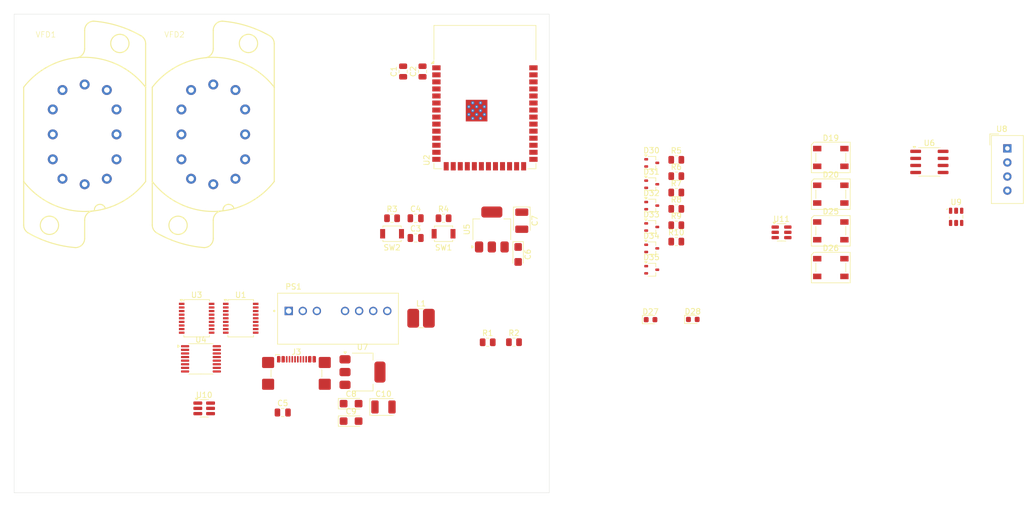
<source format=kicad_pcb>
(kicad_pcb (version 20241229) (generator "pcbnew") (generator_version "9.0")
  (layers (0 "F.Cu" signal) (2 "B.Cu" signal) (13 "F.Paste" user) (15 "B.Paste" user) (5 "F.SilkS" user "F.Silkscreen") (7 "B.SilkS" user "B.Silkscreen") (1 "F.Mask" user) (3 "B.Mask" user) (25 "Edge.Cuts" user))
  (net 0 "")
  (net 1 "GND")
  (net 2 "Vfilament")
  (net 3 "Net-(U3-O4)")
  (net 4 "Net-(U3-O3)")
  (net 5 "+5V")
  (net 6 "Net-(D19-DIN)")
  (net 7 "Vanode")
  (net 8 "+3V3")
  (net 9 "Net-(D19-DO)")
  (net 10 "Net-(PS1-+VIN)")
  (net 12 "/EN")
  (net 13 "Net-(D25-DIN)")
  (net 14 "+1V5")
  (net 15 "Net-(D25-DO)")
  (net 16 "Net-(D27-K)")
  (net 17 "Net-(D28-K)")
  (net 18 "/BTN1")
  (net 20 "/BTN2")
  (net 21 "/BTN3")
  (net 22 "/BTN4")
  (net 23 "Net-(J3-D+-PadA6)")
  (net 24 "Net-(J3-D--PadA7)")
  (net 25 "/BOOT")
  (net 28 "/SER_RIGHT")
  (net 29 "Net-(J3-CC2)")
  (net 31 "Net-(J3-CC1)")
  (net 33 "Net-(SW1-A)")
  (net 34 "/LED1")
  (net 35 "/LED2")
  (net 36 "/SER_MID")
  (net 38 "Net-(D3-A2)")
  (net 39 "/DRIVER_R1")
  (net 41 "/SRCLK")
  (net 42 "Net-(D2-A2)")
  (net 43 "/RTC_SCL")
  (net 44 "/RTC_SDA")
  (net 48 "/COLON_LED")
  (net 55 "/USB_D_DN")
  (net 56 "/USB_D_DP")
  (net 57 "/DRIVER_M1")
  (net 58 "/RCLK")
  (net 59 "/DRIVER_R2")
  (net 60 "/DRIVER_M2")
  (net 61 "/{slash}SRCLR")
  (net 62 "/SER_LEFT")
  (net 63 "/DRIVER_L1")
  (net 64 "/DRIVER_L2")
  (net 66 "/TEMP_DATA")
  (net 67 "/SDA")
  (net 69 "/SCL")
  (net 70 "Net-(U3-O1)")
  (net 71 "Net-(U3-I1)")
  (net 72 "Net-(U3-I6)")
  (net 73 "Net-(U3-O5)")
  (net 74 "Net-(U3-I2)")
  (net 75 "Net-(U3-O8)")
  (net 76 "/GRID_L1")
  (net 77 "/GRID_R1")
  (net 78 "/GRID_L2")
  (net 79 "/GRID_R2")
  (net 80 "Net-(U3-O6)")
  (net 81 "Net-(U3-O2)")
  (net 82 "Net-(U3-I8)")
  (net 83 "Net-(U3-I7)")
  (net 84 "Net-(U3-I3)")
  (net 85 "Net-(U3-O7)")
  (net 86 "Net-(U3-I4)")
  (net 87 "Net-(U3-I5)")
  (net 90 "Vbat")
  (footprint "LED_SMD:LED_Inolux_IN-PI554FCH_PLCC4_5.0x5.0mm_P3.2mm" (layer "F.Cu") (at 231.14 83.28)
    (property "Reference" "D20" (at 0 -3.5 0) (layer "F.SilkS"))
    (property "Value" "Inolux_IN-PI554FCH")
    (pad "1" smd rect (at -2.45 -1.6) (size 1.5 1) (layers "F.Cu" "F.Mask" "F.Paste") (net 1 "GND"))
    (pad "2" smd rect (at -2.45 1.6) (size 1.5 1) (layers "F.Cu" "F.Mask" "F.Paste") (net 9 "Net-(D19-DO)"))
    (pad "3" smd rect (at 2.45 1.6) (size 1.5 1) (layers "F.Cu" "F.Mask" "F.Paste") (net 5 "+5V"))
    (pad "4" smd rect (at 2.45 -1.6) (size 1.5 1) (layers "F.Cu" "F.Mask" "F.Paste"))
  )
  (footprint "Package_TO_SOT_SMD:SOT-323_SC-70" (layer "F.Cu") (at 198.84 77.64)
    (property "Reference" "D30" (at -0.05 -2.25 0) (layer "F.SilkS"))
    (property "Value" "1PS70SB84")
    (pad "1" smd roundrect (at -1 -0.65 270) (size 0.45 0.7) (layers "F.Cu" "F.Mask" "F.Paste") (net 1 "GND"))
    (pad "2" smd roundrect (at -1 0.65 270) (size 0.45 0.7) (layers "F.Cu" "F.Mask" "F.Paste") (net 8 "+3V3"))
    (pad "3" smd roundrect (at 1 0 270) (size 0.45 0.7) (layers "F.Cu" "F.Mask" "F.Paste") (net 12 "/EN"))
  )
  (footprint "LED_SMD:LED_0603_1608Metric" (layer "F.Cu") (at 206.248 105.878)
    (property "Reference" "D28" (at 0 -1.43 0) (layer "F.SilkS"))
    (property "Value" "MCU LED")
    (pad "1" smd roundrect (at -0.7875 0) (size 0.875 0.95) (layers "F.Cu" "F.Mask" "F.Paste") (net 17 "Net-(D28-K)"))
    (pad "2" smd roundrect (at 0.7875 0) (size 0.875 0.95) (layers "F.Cu" "F.Mask" "F.Paste") (net 8 "+3V3"))
  )
  (footprint "Package_SO:TSSOP-16_4.4x5mm_P0.65mm" (layer "F.Cu") (at 117.525 112.99)
    (property "Reference" "U4" (at 0 -3.45 0) (layer "F.SilkS"))
    (property "Value" "SN74HC595PWR")
    (pad "1" smd roundrect (at -2.8625 -2.275) (size 1.475 0.4) (layers "F.Cu" "F.Mask" "F.Paste") (net 74 "Net-(U3-I2)"))
    (pad "2" smd roundrect (at -2.8625 -1.625) (size 1.475 0.4) (layers "F.Cu" "F.Mask" "F.Paste") (net 84 "Net-(U3-I3)"))
    (pad "3" smd roundrect (at -2.8625 -0.975) (size 1.475 0.4) (layers "F.Cu" "F.Mask" "F.Paste") (net 86 "Net-(U3-I4)"))
    (pad "4" smd roundrect (at -2.8625 -0.325) (size 1.475 0.4) (layers "F.Cu" "F.Mask" "F.Paste") (net 87 "Net-(U3-I5)"))
    (pad "5" smd roundrect (at -2.8625 0.325) (size 1.475 0.4) (layers "F.Cu" "F.Mask" "F.Paste") (net 72 "Net-(U3-I6)"))
    (pad "6" smd roundrect (at -2.8625 0.975) (size 1.475 0.4) (layers "F.Cu" "F.Mask" "F.Paste") (net 83 "Net-(U3-I7)"))
    (pad "7" smd roundrect (at -2.8625 1.625) (size 1.475 0.4) (layers "F.Cu" "F.Mask" "F.Paste") (net 82 "Net-(U3-I8)"))
    (pad "8" smd roundrect (at -2.8625 2.275) (size 1.475 0.4) (layers "F.Cu" "F.Mask" "F.Paste") (net 1 "GND"))
    (pad "9" smd roundrect (at 2.8625 2.275) (size 1.475 0.4) (layers "F.Cu" "F.Mask" "F.Paste"))
    (pad "10" smd roundrect (at 2.8625 1.625) (size 1.475 0.4) (layers "F.Cu" "F.Mask" "F.Paste") (net 61 "/{slash}SRCLR"))
    (pad "11" smd roundrect (at 2.8625 0.975) (size 1.475 0.4) (layers "F.Cu" "F.Mask" "F.Paste") (net 41 "/SRCLK"))
    (pad "12" smd roundrect (at 2.8625 0.325) (size 1.475 0.4) (layers "F.Cu" "F.Mask" "F.Paste") (net 58 "/RCLK"))
    (pad "13" smd roundrect (at 2.8625 -0.325) (size 1.475 0.4) (layers "F.Cu" "F.Mask" "F.Paste") (net 1 "GND"))
    (pad "14" smd roundrect (at 2.8625 -0.975) (size 1.475 0.4) (layers "F.Cu" "F.Mask" "F.Paste") (net 36 "/SER_MID"))
    (pad "15" smd roundrect (at 2.8625 -1.625) (size 1.475 0.4) (layers "F.Cu" "F.Mask" "F.Paste") (net 71 "Net-(U3-I1)"))
    (pad "16" smd roundrect (at 2.8625 -2.275) (size 1.475 0.4) (layers "F.Cu" "F.Mask" "F.Paste") (net 8 "+3V3"))
  )
  (footprint "Resistor_SMD:R_0805_2012Metric" (layer "F.Cu") (at 203.27 82.985)
    (property "Reference" "R7" (at 0 -1.65 0) (layer "F.SilkS"))
    (property "Value" "10k")
    (pad "1" smd roundrect (at -0.9125 0) (size 1.025 1.4) (layers "F.Cu" "F.Mask" "F.Paste") (roundrect_rratio 0.243902) (net 8 "+3V3"))
    (pad "2" smd roundrect (at 0.9125 0) (size 1.025 1.4) (layers "F.Cu" "F.Mask" "F.Paste") (roundrect_rratio 0.243902) (net 21 "/BTN3"))
  )
  (footprint "Package_SO:SSOP-18_4.4x6.5mm_P0.65mm" (layer "F.Cu") (at 116.75 105.67)
    (property "Reference" "U3" (at 0 -4.2 0) (layer "F.SilkS"))
    (property "Value" "TBD62783AFNG")
    (pad "1" smd rect (at -2.7 -2.6) (size 1 0.4) (layers "F.Cu" "F.Mask" "F.Paste") (net 71 "Net-(U3-I1)"))
    (pad "2" smd rect (at -2.7 -1.95) (size 1 0.4) (layers "F.Cu" "F.Mask" "F.Paste") (net 74 "Net-(U3-I2)"))
    (pad "3" smd rect (at -2.7 -1.3) (size 1 0.4) (layers "F.Cu" "F.Mask" "F.Paste") (net 84 "Net-(U3-I3)"))
    (pad "4" smd rect (at -2.7 -0.65) (size 1 0.4) (layers "F.Cu" "F.Mask" "F.Paste") (net 86 "Net-(U3-I4)"))
    (pad "5" smd rect (at -2.7 0) (size 1 0.4) (layers "F.Cu" "F.Mask" "F.Paste") (net 87 "Net-(U3-I5)"))
    (pad "6" smd rect (at -2.7 0.65) (size 1 0.4) (layers "F.Cu" "F.Mask" "F.Paste") (net 72 "Net-(U3-I6)"))
    (pad "7" smd rect (at -2.7 1.3) (size 1 0.4) (layers "F.Cu" "F.Mask" "F.Paste") (net 83 "Net-(U3-I7)"))
    (pad "8" smd rect (at -2.7 1.95) (size 1 0.4) (layers "F.Cu" "F.Mask" "F.Paste") (net 82 "Net-(U3-I8)"))
    (pad "9" smd rect (at -2.7 2.6) (size 1 0.4) (layers "F.Cu" "F.Mask" "F.Paste") (net 7 "Vanode"))
    (pad "10" smd rect (at 2.7 2.6) (size 1 0.4) (layers "F.Cu" "F.Mask" "F.Paste") (net 1 "GND"))
    (pad "11" smd rect (at 2.7 1.95) (size 1 0.4) (layers "F.Cu" "F.Mask" "F.Paste") (net 75 "Net-(U3-O8)"))
    (pad "12" smd rect (at 2.7 1.3) (size 1 0.4) (layers "F.Cu" "F.Mask" "F.Paste") (net 85 "Net-(U3-O7)"))
    (pad "13" smd rect (at 2.7 0.65) (size 1 0.4) (layers "F.Cu" "F.Mask" "F.Paste") (net 80 "Net-(U3-O6)"))
    (pad "14" smd rect (at 2.7 0) (size 1 0.4) (layers "F.Cu" "F.Mask" "F.Paste") (net 73 "Net-(U3-O5)"))
    (pad "15" smd rect (at 2.7 -0.65) (size 1 0.4) (layers "F.Cu" "F.Mask" "F.Paste") (net 3 "Net-(U3-O4)"))
    (pad "16" smd rect (at 2.7 -1.3) (size 1 0.4) (layers "F.Cu" "F.Mask" "F.Paste") (net 4 "Net-(U3-O3)"))
    (pad "17" smd rect (at 2.7 -1.95) (size 1 0.4) (layers "F.Cu" "F.Mask" "F.Paste") (net 81 "Net-(U3-O2)"))
    (pad "18" smd rect (at 2.7 -2.6) (size 1 0.4) (layers "F.Cu" "F.Mask" "F.Paste") (net 70 "Net-(U3-O1)"))
  )
  (footprint "Resistor_SMD:R_0805_2012Metric" (layer "F.Cu") (at 203.27 88.885)
    (property "Reference" "R9" (at 0 -1.65 0) (layer "F.SilkS"))
    (property "Value" "180")
    (pad "1" smd roundrect (at -0.9125 0) (size 1.025 1.4) (layers "F.Cu" "F.Mask" "F.Paste") (roundrect_rratio 0.243902) (net 16 "Net-(D27-K)"))
    (pad "2" smd roundrect (at 0.9125 0) (size 1.025 1.4) (layers "F.Cu" "F.Mask" "F.Paste") (roundrect_rratio 0.243902) (net 34 "/LED1"))
  )
  (footprint "Resistor_SMD:R_0805_2012Metric" (layer "F.Cu") (at 203.27 85.935)
    (property "Reference" "R8" (at 0 -1.65 0) (layer "F.SilkS"))
    (property "Value" "10k")
    (pad "1" smd roundrect (at -0.9125 0) (size 1.025 1.4) (layers "F.Cu" "F.Mask" "F.Paste") (roundrect_rratio 0.243902) (net 8 "+3V3"))
    (pad "2" smd roundrect (at 0.9125 0) (size 1.025 1.4) (layers "F.Cu" "F.Mask" "F.Paste") (roundrect_rratio 0.243902) (net 22 "/BTN4"))
  )
  (footprint "Package_SO:SSOP-18_4.4x6.5mm_P0.65mm" (layer "F.Cu") (at 124.7 105.67)
    (property "Reference" "U1" (at 0 -4.2 0) (layer "F.SilkS"))
    (property "Value" "TBD62783AFWG")
    (pad "1" smd rect (at -2.7 -2.6) (size 1 0.4) (layers "F.Cu" "F.Mask" "F.Paste") (net 63 "/DRIVER_L1"))
    (pad "2" smd rect (at -2.7 -1.95) (size 1 0.4) (layers "F.Cu" "F.Mask" "F.Paste") (net 64 "/DRIVER_L2"))
    (pad "3" smd rect (at -2.7 -1.3) (size 1 0.4) (layers "F.Cu" "F.Mask" "F.Paste") (net 57 "/DRIVER_M1"))
    (pad "4" smd rect (at -2.7 -0.65) (size 1 0.4) (layers "F.Cu" "F.Mask" "F.Paste") (net 60 "/DRIVER_M2"))
    (pad "5" smd rect (at -2.7 0) (size 1 0.4) (layers "F.Cu" "F.Mask" "F.Paste") (net 39 "/DRIVER_R1"))
    (pad "6" smd rect (at -2.7 0.65) (size 1 0.4) (layers "F.Cu" "F.Mask" "F.Paste") (net 59 "/DRIVER_R2"))
    (pad "7" smd rect (at -2.7 1.3) (size 1 0.4) (layers "F.Cu" "F.Mask" "F.Paste") (net 1 "GND"))
    (pad "8" smd rect (at -2.7 1.95) (size 1 0.4) (layers "F.Cu" "F.Mask" "F.Paste") (net 1 "GND"))
    (pad "9" smd rect (at -2.7 2.6) (size 1 0.4) (layers "F.Cu" "F.Mask" "F.Paste") (net 7 "Vanode"))
    (pad "10" smd rect (at 2.7 2.6) (size 1 0.4) (layers "F.Cu" "F.Mask" "F.Paste") (net 1 "GND"))
    (pad "11" smd rect (at 2.7 1.95) (size 1 0.4) (layers "F.Cu" "F.Mask" "F.Paste"))
    (pad "12" smd rect (at 2.7 1.3) (size 1 0.4) (layers "F.Cu" "F.Mask" "F.Paste"))
    (pad "13" smd rect (at 2.7 0.65) (size 1 0.4) (layers "F.Cu" "F.Mask" "F.Paste") (net 79 "/GRID_R2"))
    (pad "14" smd rect (at 2.7 0) (size 1 0.4) (layers "F.Cu" "F.Mask" "F.Paste") (net 77 "/GRID_R1"))
    (pad "15" smd rect (at 2.7 -0.65) (size 1 0.4) (layers "F.Cu" "F.Mask" "F.Paste") (net 42 "Net-(D2-A2)"))
    (pad "16" smd rect (at 2.7 -1.3) (size 1 0.4) (layers "F.Cu" "F.Mask" "F.Paste") (net 38 "Net-(D3-A2)"))
    (pad "17" smd rect (at 2.7 -1.95) (size 1 0.4) (layers "F.Cu" "F.Mask" "F.Paste") (net 78 "/GRID_L2"))
    (pad "18" smd rect (at 2.7 -2.6) (size 1 0.4) (layers "F.Cu" "F.Mask" "F.Paste") (net 76 "/GRID_L1"))
  )
  (footprint "Package_SO:SOIC-8_3.9x4.9mm_P1.27mm" (layer "F.Cu") (at 248.92 77.47)
    (property "Reference" "U6" (at 0 -3.4 0) (layer "F.SilkS"))
    (property "Value" "BQ32000")
    (pad "1" smd roundrect (at -2.475 -1.905) (size 1.95 0.6) (layers "F.Cu" "F.Mask" "F.Paste"))
    (pad "2" smd roundrect (at -2.475 -0.635) (size 1.95 0.6) (layers "F.Cu" "F.Mask" "F.Paste"))
    (pad "3" smd roundrect (at -2.475 0.635) (size 1.95 0.6) (layers "F.Cu" "F.Mask" "F.Paste") (net 90 "Vbat"))
    (pad "4" smd roundrect (at -2.475 1.905) (size 1.95 0.6) (layers "F.Cu" "F.Mask" "F.Paste") (net 1 "GND"))
    (pad "5" smd roundrect (at 2.475 1.905) (size 1.95 0.6) (layers "F.Cu" "F.Mask" "F.Paste") (net 44 "/RTC_SDA"))
    (pad "6" smd roundrect (at 2.475 0.635) (size 1.95 0.6) (layers "F.Cu" "F.Mask" "F.Paste") (net 43 "/RTC_SCL"))
    (pad "7" smd roundrect (at 2.475 -0.635) (size 1.95 0.6) (layers "F.Cu" "F.Mask" "F.Paste"))
    (pad "8" smd roundrect (at 2.475 -1.905) (size 1.95 0.6) (layers "F.Cu" "F.Mask" "F.Paste") (net 8 "+3V3"))
  )
  (footprint "Package_TO_SOT_SMD:SOT-323_SC-70" (layer "F.Cu") (at 198.84 89.205)
    (property "Reference" "D33" (at -0.05 -2.25 0) (layer "F.SilkS"))
    (property "Value" "1PS70SB84")
    (pad "1" smd roundrect (at -1 -0.65 270) (size 0.45 0.7) (layers "F.Cu" "F.Mask" "F.Paste") (net 1 "GND"))
    (pad "2" smd roundrect (at -1 0.65 270) (size 0.45 0.7) (layers "F.Cu" "F.Mask" "F.Paste") (net 8 "+3V3"))
    (pad "3" smd roundrect (at 1 0 270) (size 0.45 0.7) (layers "F.Cu" "F.Mask" "F.Paste") (net 21 "/BTN3"))
  )
  (footprint "Capacitor_Tantalum_SMD:CP_EIA-3528-15_AVX-H" (layer "F.Cu") (at 175.399345 88.071841 -90)
    (property "Reference" "C7" (at 0 -2.35 90) (layer "F.SilkS"))
    (property "Value" "22u")
    (pad "1" smd roundrect (at -1.5375 0 270) (size 1.325 2.35) (layers "F.Cu" "F.Mask" "F.Paste") (roundrect_rratio 0.188679) (net 8 "+3V3"))
    (pad "2" smd roundrect (at 1.5375 0 270) (size 1.325 2.35) (layers "F.Cu" "F.Mask" "F.Paste") (roundrect_rratio 0.188679) (net 1 "GND"))
  )
  (footprint "Package_TO_SOT_SMD:SOT-323_SC-70" (layer "F.Cu") (at 198.84 85.35)
    (property "Reference" "D32" (at -0.05 -2.25 0) (layer "F.SilkS"))
    (property "Value" "1PS70SB84")
    (pad "1" smd roundrect (at -1 -0.65 270) (size 0.45 0.7) (layers "F.Cu" "F.Mask" "F.Paste") (net 1 "GND"))
    (pad "2" smd roundrect (at -1 0.65 270) (size 0.45 0.7) (layers "F.Cu" "F.Mask" "F.Paste") (net 8 "+3V3"))
    (pad "3" smd roundrect (at 1 0 270) (size 0.45 0.7) (layers "F.Cu" "F.Mask" "F.Paste") (net 20 "/BTN2"))
  )
  (footprint "LED_SMD:LED_Inolux_IN-PI554FCH_PLCC4_5.0x5.0mm_P3.2mm" (layer "F.Cu") (at 231.14 89.9)
    (property "Reference" "D25" (at 0 -3.5 0) (layer "F.SilkS"))
    (property "Value" "Inolux_IN-PI554FCH")
    (pad "1" smd rect (at -2.45 -1.6) (size 1.5 1) (layers "F.Cu" "F.Mask" "F.Paste") (net 1 "GND"))
    (pad "2" smd rect (at -2.45 1.6) (size 1.5 1) (layers "F.Cu" "F.Mask" "F.Paste") (net 13 "Net-(D25-DIN)"))
    (pad "3" smd rect (at 2.45 1.6) (size 1.5 1) (layers "F.Cu" "F.Mask" "F.Paste") (net 5 "+5V"))
    (pad "4" smd rect (at 2.45 -1.6) (size 1.5 1) (layers "F.Cu" "F.Mask" "F.Paste") (net 15 "Net-(D25-DO)"))
  )
  (footprint "Resistor_SMD:R_0805_2012Metric" (layer "F.Cu") (at 203.27 80.035)
    (property "Reference" "R6" (at 0 -1.65 0) (layer "F.SilkS"))
    (property "Value" "10k")
    (pad "1" smd roundrect (at -0.9125 0) (size 1.025 1.4) (layers "F.Cu" "F.Mask" "F.Paste") (roundrect_rratio 0.243902) (net 8 "+3V3"))
    (pad "2" smd roundrect (at 0.9125 0) (size 1.025 1.4) (layers "F.Cu" "F.Mask" "F.Paste") (roundrect_rratio 0.243902) (net 20 "/BTN2"))
  )
  (footprint "Package_TO_SOT_SMD:SOT-323_SC-70" (layer "F.Cu") (at 198.84 93.06)
    (property "Reference" "D34" (at -0.05 -2.25 0) (layer "F.SilkS"))
    (property "Value" "1PS70SB84")
    (pad "1" smd roundrect (at -1 -0.65 270) (size 0.45 0.7) (layers "F.Cu" "F.Mask" "F.Paste") (net 1 "GND"))
    (pad "2" smd roundrect (at -1 0.65 270) (size 0.45 0.7) (layers "F.Cu" "F.Mask" "F.Paste") (net 8 "+3V3"))
    (pad "3" smd roundrect (at 1 0 270) (size 0.45 0.7) (layers "F.Cu" "F.Mask" "F.Paste") (net 22 "/BTN4"))
  )
  (footprint "Diode_SMD:D_0603_1608Metric" (layer "F.Cu") (at 198.628 105.918)
    (property "Reference" "D27" (at 0 -1.43 0) (layer "F.SilkS"))
    (property "Value" "Power LED")
    (pad "1" smd roundrect (at -0.7875 0) (size 0.875 0.95) (layers "F.Cu" "F.Mask" "F.Paste") (net 16 "Net-(D27-K)"))
    (pad "2" smd roundrect (at 0.7875 0) (size 0.875 0.95) (layers "F.Cu" "F.Mask" "F.Paste") (net 8 "+3V3"))
  )
  (footprint "Capacitor_Tantalum_SMD:CP_EIA-3216-18_Kemet-A" (layer "F.Cu") (at 144.61 121.07)
    (property "Reference" "C8" (at 0 -1.75 0) (layer "F.SilkS"))
    (property "Value" "10u")
    (pad "1" smd roundrect (at -1.35 0) (size 1.4 1.35) (layers "F.Cu" "F.Mask" "F.Paste") (roundrect_rratio 0.185185) (net 5 "+5V"))
    (pad "2" smd roundrect (at 1.35 0) (size 1.4 1.35) (layers "F.Cu" "F.Mask" "F.Paste") (roundrect_rratio 0.185185) (net 1 "GND"))
  )
  (footprint "Connector_USB:USB_C_Receptacle_GCT_USB4110" (layer "F.Cu") (at 134.75 116.75)
    (property "Reference" "J3" (at 0 -5.015 0) (layer "F.SilkS"))
    (property "Value" "USB_C_Receptacle_USB2.0_16P")
    (pad "" np_thru_hole circle (at -2.89 -2.605) (size 0.65 0.65) (drill 0.65) (layers "*.Cu" "*.Mask"))
    (pad "" np_thru_hole circle (at 2.89 -2.605) (size 0.65 0.65) (drill 0.65) (layers "*.Cu" "*.Mask"))
    (pad "A1" smd roundrect (at -3.2 -3.68) (size 0.6 1.15) (layers "F.Cu" "F.Mask" "F.Paste") (net 1 "GND"))
    (pad "A4" smd roundrect (at -2.4 -3.68) (size 0.6 1.15) (layers "F.Cu" "F.Mask" "F.Paste") (net 5 "+5V"))
    (pad "A5" smd roundrect (at -1.25 -3.68) (size 0.3 1.15) (layers "F.Cu" "F.Mask" "F.Paste") (net 31 "Net-(J3-CC1)"))
    (pad "A6" smd roundrect (at -0.25 -3.68) (size 0.3 1.15) (layers "F.Cu" "F.Mask" "F.Paste") (net 23 "Net-(J3-D+-PadA6)"))
    (pad "A7" smd roundrect (at 0.25 -3.68) (size 0.3 1.15) (layers "F.Cu" "F.Mask" "F.Paste") (net 24 "Net-(J3-D--PadA7)"))
    (pad "A8" smd roundrect (at 1.25 -3.68) (size 0.3 1.15) (layers "F.Cu" "F.Mask" "F.Paste"))
    (pad "A9" smd roundrect (at 2.4 -3.68) (size 0.6 1.15) (layers "F.Cu" "F.Mask" "F.Paste") (net 5 "+5V"))
    (pad "A12" smd roundrect (at 3.2 -3.68) (size 0.6 1.15) (layers "F.Cu" "F.Mask" "F.Paste") (net 1 "GND"))
    (pad "B1" smd roundrect (at 3.2 -3.68) (size 0.6 1.15) (layers "F.Cu" "F.Mask" "F.Paste") (net 1 "GND"))
    (pad "B4" smd roundrect (at 2.4 -3.68) (size 0.6 1.15) (layers "F.Cu" "F.Mask" "F.Paste") (net 5 "+5V"))
    (pad "B5" smd roundrect (at 1.75 -3.68) (size 0.3 1.15) (layers "F.Cu" "F.Mask" "F.Paste") (net 29 "Net-(J3-CC2)"))
    (pad "B6" smd roundrect (at 0.75 -3.68) (size 0.3 1.15) (layers "F.Cu" "F.Mask" "F.Paste") (net 23 "Net-(J3-D+-PadA6)"))
    (pad "B7" smd roundrect (at -0.75 -3.68) (size 0.3 1.15) (layers "F.Cu" "F.Mask" "F.Paste") (net 24 "Net-(J3-D--PadA7)"))
    (pad "B8" smd roundrect (at -1.75 -3.68) (size 0.3 1.15) (layers "F.Cu" "F.Mask" "F.Paste"))
    (pad "B9" smd roundrect (at -2.4 -3.68) (size 0.6 1.15) (layers "F.Cu" "F.Mask" "F.Paste") (net 5 "+5V"))
    (pad "B12" smd roundrect (at -3.2 -3.68) (size 0.6 1.15) (layers "F.Cu" "F.Mask" "F.Paste") (net 1 "GND"))
    (pad "S1" smd roundrect (at -5.11 -3.105) (size 2.18 2) (layers "F.Cu" "F.Mask" "F.Paste") (roundrect_rratio 0.125) (net 1 "GND"))
    (pad "S1" smd roundrect (at -5.11 0.825) (size 2.18 2) (layers "F.Cu" "F.Mask" "F.Paste") (roundrect_rratio 0.125) (net 1 "GND"))
    (pad "S1" smd roundrect (at 5.11 -3.105) (size 2.18 2) (layers "F.Cu" "F.Mask" "F.Paste") (roundrect_rratio 0.125) (net 1 "GND"))
    (pad "S1" smd roundrect (at 5.11 0.825) (size 2.18 2) (layers "F.Cu" "F.Mask" "F.Paste") (roundrect_rratio 0.125) (net 1 "GND"))
  )
  (footprint "Package_TO_SOT_SMD:SC-74-6_1.55x2.9mm_P0.95mm" (layer "F.Cu") (at 118.11 121.92)
    (property "Reference" "U10" (at 0 -2.4 0) (layer "F.SilkS"))
    (property "Value" "IP4234CZ6")
    (pad "1" smd roundrect (at -1.15 -0.95) (size 1.6 0.6) (layers "F.Cu" "F.Mask" "F.Paste") (net 23 "Net-(J3-D+-PadA6)"))
    (pad "2" smd roundrect (at -1.15 0) (size 1.6 0.6) (layers "F.Cu" "F.Mask" "F.Paste") (net 1 "GND"))
    (pad "3" smd roundrect (at -1.15 0.95) (size 1.6 0.6) (layers "F.Cu" "F.Mask" "F.Paste") (net 56 "/USB_D_DP"))
    (pad "4" smd roundrect (at 1.15 0.95) (size 1.6 0.6) (layers "F.Cu" "F.Mask" "F.Paste") (net 55 "/USB_D_DN"))
    (pad "5" smd roundrect (at 1.15 0) (size 1.6 0.6) (layers "F.Cu" "F.Mask" "F.Paste") (net 5 "+5V"))
    (pad "6" smd roundrect (at 1.15 -0.95) (size 1.6 0.6) (layers "F.Cu" "F.Mask" "F.Paste") (net 24 "Net-(J3-D--PadA7)"))
  )
  (footprint "Capacitor_SMD:C_0805_2012Metric" (layer "F.Cu") (at 156.25 87.63)
    (property "Reference" "C4" (at 0 -1.68 0) (layer "F.SilkS"))
    (property "Value" "100n")
    (pad "1" smd roundrect (at -0.95 0) (size 1 1.45) (layers "F.Cu" "F.Mask" "F.Paste") (net 12 "/EN"))
    (pad "2" smd roundrect (at 0.95 0) (size 1 1.45) (layers "F.Cu" "F.Mask" "F.Paste") (net 1 "GND"))
  )
  (footprint "RF_Module:ESP32-S3-WROOM-1" (layer "F.Cu") (at 168.75 65.75)
    (property "Reference" "U2" (at -10.5 11.4 90) (layer "F.SilkS"))
    (property "Value" "ESP32-S3-WROOM-1")
    (pad "1" smd rect (at -8.75 -5.26) (size 1.5 0.9) (layers "F.Cu" "F.Mask" "F.Paste") (net 1 "GND"))
    (pad "2" smd rect (at -8.75 -3.99) (size 1.5 0.9) (layers "F.Cu" "F.Mask" "F.Paste") (net 8 "+3V3"))
    (pad "3" smd rect (at -8.75 -2.72) (size 1.5 0.9) (layers "F.Cu" "F.Mask" "F.Paste") (net 12 "/EN"))
    (pad "4" smd rect (at -8.75 -1.45) (size 1.5 0.9) (layers "F.Cu" "F.Mask" "F.Paste") (net 48 "/COLON_LED"))
    (pad "5" smd rect (at -8.75 -0.18) (size 1.5 0.9) (layers "F.Cu" "F.Mask" "F.Paste") (net 18 "/BTN1"))
    (pad "6" smd rect (at -8.75 1.09) (size 1.5 0.9) (layers "F.Cu" "F.Mask" "F.Paste") (net 20 "/BTN2"))
    (pad "7" smd rect (at -8.75 2.36) (size 1.5 0.9) (layers "F.Cu" "F.Mask" "F.Paste") (net 21 "/BTN3"))
    (pad "8" smd rect (at -8.75 3.63) (size 1.5 0.9) (layers "F.Cu" "F.Mask" "F.Paste") (net 43 "/RTC_SCL"))
    (pad "9" smd rect (at -8.75 4.9) (size 1.5 0.9) (layers "F.Cu" "F.Mask" "F.Paste") (net 44 "/RTC_SDA"))
    (pad "10" smd rect (at -8.75 6.17) (size 1.5 0.9) (layers "F.Cu" "F.Mask" "F.Paste") (net 69 "/SCL"))
    (pad "11" smd rect (at -8.75 7.44) (size 1.5 0.9) (layers "F.Cu" "F.Mask" "F.Paste") (net 67 "/SDA"))
    (pad "12" smd rect (at -8.75 8.71) (size 1.5 0.9) (layers "F.Cu" "F.Mask" "F.Paste") (net 22 "/BTN4"))
    (pad "13" smd rect (at -8.75 9.98) (size 1.5 0.9) (layers "F.Cu" "F.Mask" "F.Paste") (net 55 "/USB_D_DN"))
    (pad "14" smd rect (at -8.75 11.25 180) (size 1.5 0.9) (layers "F.Cu" "F.Mask" "F.Paste") (net 56 "/USB_D_DP"))
    (pad "15" smd rect (at -6.985 12.5 270) (size 1.5 0.9) (layers "F.Cu" "F.Mask" "F.Paste"))
    (pad "16" smd rect (at -5.715 12.5 270) (size 1.5 0.9) (layers "F.Cu" "F.Mask" "F.Paste"))
    (pad "17" smd rect (at -4.445 12.5 270) (size 1.5 0.9) (layers "F.Cu" "F.Mask" "F.Paste") (net 63 "/DRIVER_L1"))
    (pad "18" smd rect (at -3.175 12.5 270) (size 1.5 0.9) (layers "F.Cu" "F.Mask" "F.Paste") (net 64 "/DRIVER_L2"))
    (pad "19" smd rect (at -1.905 12.5 270) (size 1.5 0.9) (layers "F.Cu" "F.Mask" "F.Paste") (net 57 "/DRIVER_M1"))
    (pad "20" smd rect (at -0.635 12.5 270) (size 1.5 0.9) (layers "F.Cu" "F.Mask" "F.Paste") (net 60 "/DRIVER_M2"))
    (pad "21" smd rect (at 0.635 12.5 270) (size 1.5 0.9) (layers "F.Cu" "F.Mask" "F.Paste") (net 39 "/DRIVER_R1"))
    (pad "22" smd rect (at 1.905 12.5 270) (size 1.5 0.9) (layers "F.Cu" "F.Mask" "F.Paste") (net 59 "/DRIVER_R2"))
    (pad "23" smd rect (at 3.175 12.5 270) (size 1.5 0.9) (layers "F.Cu" "F.Mask" "F.Paste") (net 62 "/SER_LEFT"))
    (pad "24" smd rect (at 4.445 12.5 270) (size 1.5 0.9) (layers "F.Cu" "F.Mask" "F.Paste") (net 28 "/SER_RIGHT"))
    (pad "25" smd rect (at 5.715 12.5 270) (size 1.5 0.9) (layers "F.Cu" "F.Mask" "F.Paste"))
    (pad "26" smd rect (at 6.985 12.5 270) (size 1.5 0.9) (layers "F.Cu" "F.Mask" "F.Paste"))
    (pad "27" smd rect (at 8.75 11.25) (size 1.5 0.9) (layers "F.Cu" "F.Mask" "F.Paste") (net 25 "/BOOT"))
    (pad "28" smd rect (at 8.75 9.98) (size 1.5 0.9) (layers "F.Cu" "F.Mask" "F.Paste") (net 41 "/SRCLK"))
    (pad "29" smd rect (at 8.75 8.71) (size 1.5 0.9) (layers "F.Cu" "F.Mask" "F.Paste") (net 61 "/{slash}SRCLR"))
    (pad "30" smd rect (at 8.75 7.44) (size 1.5 0.9) (layers "F.Cu" "F.Mask" "F.Paste") (net 58 "/RCLK"))
    (pad "31" smd rect (at 8.75 6.17) (size 1.5 0.9) (layers "F.Cu" "F.Mask" "F.Paste") (net 36 "/SER_MID"))
    (pad "32" smd rect (at 8.75 4.9) (size 1.5 0.9) (layers "F.Cu" "F.Mask" "F.Paste") (net 66 "/TEMP_DATA"))
    (pad "33" smd rect (at 8.75 3.63) (size 1.5 0.9) (layers "F.Cu" "F.Mask" "F.Paste"))
    (pad "34" smd rect (at 8.75 2.36) (size 1.5 0.9) (layers "F.Cu" "F.Mask" "F.Paste"))
    (pad "35" smd rect (at 8.75 1.09) (size 1.5 0.9) (layers "F.Cu" "F.Mask" "F.Paste"))
    (pad "36" smd rect (at 8.75 -0.18) (size 1.5 0.9) (layers "F.Cu" "F.Mask" "F.Paste"))
    (pad "37" smd rect (at 8.75 -1.45) (size 1.5 0.9) (layers "F.Cu" "F.Mask" "F.Paste"))
    (pad "38" smd rect (at 8.75 -2.72) (size 1.5 0.9) (layers "F.Cu" "F.Mask" "F.Paste") (net 35 "/LED2"))
    (pad "39" smd rect (at 8.75 -3.99) (size 1.5 0.9) (layers "F.Cu" "F.Mask" "F.Paste") (net 34 "/LED1"))
    (pad "40" smd rect (at 8.75 -5.26) (size 1.5 0.9) (layers "F.Cu" "F.Mask" "F.Paste") (net 1 "GND"))
    (pad "41" thru_hole circle (at -2.9 1.76 90) (size 0.6 0.6) (drill 0.2) (property pad_prop_heatsink) (layers "*.Cu" "F.Mask") (net 1 "GND"))
    (pad "41" thru_hole circle (at -2.9 3.16) (size 0.6 0.6) (drill 0.2) (property pad_prop_heatsink) (layers "*.Cu" "F.Mask") (net 1 "GND"))
    (pad "41" thru_hole circle (at -2.2 1.06) (size 0.6 0.6) (drill 0.2) (property pad_prop_heatsink) (layers "*.Cu" "F.Mask") (net 1 "GND"))
    (pad "41" thru_hole circle (at -2.2 2.46) (size 0.6 0.6) (drill 0.2) (property pad_prop_heatsink) (layers "*.Cu" "F.Mask") (net 1 "GND"))
    (pad "41" thru_hole circle (at -2.2 3.86) (size 0.6 0.6) (drill 0.2) (property pad_prop_heatsink) (layers "*.Cu" "F.Mask") (net 1 "GND"))
    (pad "41" thru_hole circle (at -1.5 1.76) (size 0.6 0.6) (drill 0.2) (property pad_prop_heatsink) (layers "*.Cu" "F.Mask") (net 1 "GND"))
    (pad "41" smd rect (at -1.5 2.46 270) (size 3.9 3.9) (property pad_prop_heatsink) (layers "F.Cu" "F.Mask") (net 1 "GND"))
    (pad "41" thru_hole circle (at -1.5 3.16) (size 0.6 0.6) (drill 0.2) (property pad_prop_heatsink) (layers "*.Cu" "F.Mask") (net 1 "GND"))
    (pad "41" thru_hole circle (at -0.8 1.06) (size 0.6 0.6) (drill 0.2) (property pad_prop_heatsink) (layers "*.Cu" "F.Mask") (net 1 "GND"))
    (pad "41" thru_hole circle (at -0.8 2.46) (size 0.6 0.6) (drill 0.2) (property pad_prop_heatsink) (layers "*.Cu" "F.Mask") (net 1 "GND"))
    (pad "41" thru_hole circle (at -0.8 3.86) (size 0.6 0.6) (drill 0.2) (property pad_prop_heatsink) (layers "*.Cu" "F.Mask") (net 1 "GND"))
    (pad "41" thru_hole circle (at -0.1 1.76) (size 0.6 0.6) (drill 0.2) (property pad_prop_heatsink) (layers "*.Cu" "F.Mask") (net 1 "GND"))
    (pad "41" thru_hole circle (at -0.1 3.16) (size 0.6 0.6) (drill 0.2) (property pad_prop_heatsink) (layers "*.Cu" "F.Mask") (net 1 "GND"))
  )
  (footprint "Resistor_SMD:R_0805_2012Metric" (layer "F.Cu") (at 161.29 87.63)
    (property "Reference" "R4" (at 0 -1.65 0) (layer "F.SilkS"))
    (property "Value" "10k")
    (pad "1" smd roundrect (at -0.9125 0) (size 1.025 1.4) (layers "F.Cu" "F.Mask" "F.Paste") (roundrect_rratio 0.243902) (net 25 "/BOOT"))
    (pad "2" smd roundrect (at 0.9125 0) (size 1.025 1.4) (layers "F.Cu" "F.Mask" "F.Paste") (roundrect_rratio 0.243902) (net 33 "Net-(SW1-A)"))
  )
  (footprint "Resistor_SMD:R_0805_2012Metric" (layer "F.Cu") (at 203.27 91.835)
    (property "Reference" "R10" (at 0 -1.65 0) (layer "F.SilkS"))
    (property "Value" "180")
    (pad "1" smd roundrect (at -0.9125 0) (size 1.025 1.4) (layers "F.Cu" "F.Mask" "F.Paste") (roundrect_rratio 0.243902) (net 17 "Net-(D28-K)"))
    (pad "2" smd roundrect (at 0.9125 0) (size 1.025 1.4) (layers "F.Cu" "F.Mask" "F.Paste") (roundrect_rratio 0.243902) (net 35 "/LED2"))
  )
  (footprint "Button_Switch_SMD:SW_SPST_B3U-1000P" (layer "F.Cu") (at 161.29 90.424 180)
    (property "Reference" "SW1" (at 0 -2.5 0) (layer "F.SilkS"))
    (property "Value" "SW_SPST")
    (pad "1" smd rect (at -1.7 0 180) (size 0.9 1.7) (layers "F.Cu" "F.Mask" "F.Paste") (net 33 "Net-(SW1-A)"))
    (pad "2" smd rect (at 1.7 0 180) (size 0.9 1.7) (layers "F.Cu" "F.Mask" "F.Paste") (net 1 "GND"))
  )
  (footprint "Resistor_SMD:R_0805_2012Metric" (layer "F.Cu") (at 169.25 110)
    (property "Reference" "R1" (at 0 -1.65 0) (layer "F.SilkS"))
    (property "Value" "5k1")
    (pad "1" smd roundrect (at -0.9125 0) (size 1.025 1.4) (layers "F.Cu" "F.Mask" "F.Paste") (roundrect_rratio 0.243902) (net 31 "Net-(J3-CC1)"))
    (pad "2" smd roundrect (at 0.9125 0) (size 1.025 1.4) (layers "F.Cu" "F.Mask" "F.Paste") (roundrect_rratio 0.243902) (net 1 "GND"))
  )
  (footprint "Resistor_SMD:R_0805_2012Metric" (layer "F.Cu") (at 173.99 109.982)
    (property "Reference" "R2" (at 0 -1.65 0) (layer "F.SilkS"))
    (property "Value" "5k1")
    (pad "1" smd roundrect (at -0.9125 0) (size 1.025 1.4) (layers "F.Cu" "F.Mask" "F.Paste") (roundrect_rratio 0.243902) (net 29 "Net-(J3-CC2)"))
    (pad "2" smd roundrect (at 0.9125 0) (size 1.025 1.4) (layers "F.Cu" "F.Mask" "F.Paste") (roundrect_rratio 0.243902) (net 1 "GND"))
  )
  (footprint "Vacuum_Tubes:PL31-A_P_Socket" (layer "F.Cu") (at 96.549998 72.5)
    (property "Reference" "VFD1" (at -7 -18 0) (layer "F.SilkS") (effects (font (thickness 0.1))))
    (property "Value" "IV-22")
    (pad "" np_thru_hole circle (at 0 0) (size 1 1) (drill 4.5) (layers "*.Cu" "*.Mask"))
    (pad "1" thru_hole circle (at 4 -8) (size 1.8 1.8) (drill 1) (layers "*.Cu" "*.Mask") (net 75 "Net-(U3-O8)"))
    (pad "2" thru_hole circle (at 5.75 -4.5) (size 1.8 1.8) (drill 1) (layers "*.Cu" "*.Mask") (net 80 "Net-(U3-O6)"))
    (pad "3" thru_hole circle (at 5.75 0) (size 1.8 1.8) (drill 1) (layers "*.Cu" "*.Mask") (net 3 "Net-(U3-O4)"))
    (pad "4" thru_hole circle (at 5.75 4.5) (size 1.8 1.8) (drill 1) (layers "*.Cu" "*.Mask") (net 4 "Net-(U3-O3)"))
    (pad "5" thru_hole circle (at 4 8) (size 1.8 1.8) (drill 1) (layers "*.Cu" "*.Mask") (net 1 "GND"))
    (pad "6" thru_hole circle (at 0 9) (size 1.8 1.8) (drill 1) (layers "*.Cu" "*.Mask") (net 38 "Net-(D3-A2)"))
    (pad "7" thru_hole circle (at -4 8) (size 1.8 1.8) (drill 1) (layers "*.Cu" "*.Mask") (net 70 "Net-(U3-O1)"))
    (pad "8" thru_hole circle (at -5.75 4.5) (size 1.8 1.8) (drill 1) (layers "*.Cu" "*.Mask") (net 81 "Net-(U3-O2)"))
    (pad "9" thru_hole circle (at -5.75 0) (size 1.8 1.8) (drill 1) (layers "*.Cu" "*.Mask"))
    (pad "10" thru_hole circle (at -5.75 -4.5) (size 1.8 1.8) (drill 1) (layers "*.Cu" "*.Mask") (net 73 "Net-(U3-O5)"))
    (pad "11" thru_hole circle (at -4 -8) (size 1.8 1.8) (drill 1) (layers "*.Cu" "*.Mask") (net 85 "Net-(U3-O7)"))
    (pad "12" thru_hole circle (at 0 -9) (size 1.8 1.8) (drill 1) (layers "*.Cu" "*.Mask") (net 2 "Vfilament"))
  )
  (footprint "Inductor_SMD:L_1812_4532Metric" (layer "F.Cu") (at 157.226 105.664)
    (property "Reference" "L1" (at 0 -2.65 0) (layer "F.SilkS"))
    (property "Value" "5.6u")
    (pad "1" smd roundrect (at -1.4125 0) (size 2.125 3.4) (layers "F.Cu" "F.Mask" "F.Paste") (roundrect_rratio 0.222222) (net 5 "+5V"))
    (pad "2" smd roundrect (at 1.4125 0) (size 2.125 3.4) (layers "F.Cu" "F.Mask" "F.Paste") (roundrect_rratio 0.222222) (net 10 "Net-(PS1-+VIN)"))
  )
  (footprint "Capacitor_Tantalum_SMD:CP_EIA-3216-18_Kemet-A" (layer "F.Cu") (at 144.61 124.22)
    (property "Reference" "C9" (at 0 -1.75 0) (layer "F.SilkS"))
    (property "Value" "10u")
    (pad "1" smd roundrect (at -1.35 0) (size 1.4 1.35) (layers "F.Cu" "F.Mask" "F.Paste") (roundrect_rratio 0.185185) (net 5 "+5V"))
    (pad "2" smd roundrect (at 1.35 0) (size 1.4 1.35) (layers "F.Cu" "F.Mask" "F.Paste") (roundrect_rratio 0.185185) (net 1 "GND"))
  )
  (footprint "OptoDevice:Broadcom_APDS-9301" (layer "F.Cu") (at 253.746 87.376)
    (property "Reference" "U9" (at 0 -2.65 0) (layer "F.SilkS"))
    (property "Value" "APDS-9301")
    (pad "1" smd roundrect (at -1 -1.1) (size 0.6 1.1) (layers "F.Cu" "F.Mask" "F.Paste") (net 8 "+3V3"))
    (pad "2" smd roundrect (at -1 1.1) (size 0.6 1.1) (layers "F.Cu" "F.Mask" "F.Paste") (net 1 "GND"))
    (pad "3" smd roundrect (at 0 1.1) (size 0.7 1.1) (layers "F.Cu" "F.Mask" "F.Paste") (net 1 "GND"))
    (pad "4" smd roundrect (at 1 1.1) (size 0.6 1.1) (layers "F.Cu" "F.Mask" "F.Paste") (net 69 "/SCL"))
    (pad "5" smd roundrect (at 1 -1.1) (size 0.6 1.1) (layers "F.Cu" "F.Mask" "F.Paste") (net 67 "/SDA"))
    (pad "6" smd roundrect (at 0 -1.1) (size 0.7 1.1) (layers "F.Cu" "F.Mask" "F.Paste"))
  )
  (footprint "Resistor_SMD:R_0805_2012Metric" (layer "F.Cu") (at 203.27 77.085)
    (property "Reference" "R5" (at 0 -1.65 0) (layer "F.SilkS"))
    (property "Value" "10k")
    (pad "1" smd roundrect (at -0.9125 0) (size 1.025 1.4) (layers "F.Cu" "F.Mask" "F.Paste") (roundrect_rratio 0.243902) (net 8 "+3V3"))
    (pad "2" smd roundrect (at 0.9125 0) (size 1.025 1.4) (layers "F.Cu" "F.Mask" "F.Paste") (roundrect_rratio 0.243902) (net 18 "/BTN1"))
  )
  (footprint "Package_TO_SOT_SMD:SOT-323_SC-70" (layer "F.Cu") (at 198.84 81.495)
    (property "Reference" "D31" (at -0.05 -2.25 0) (layer "F.SilkS"))
    (property "Value" "1PS70SB84")
    (pad "1" smd roundrect (at -1 -0.65 270) (size 0.45 0.7) (layers "F.Cu" "F.Mask" "F.Paste") (net 1 "GND"))
    (pad "2" smd roundrect (at -1 0.65 270) (size 0.45 0.7) (layers "F.Cu" "F.Mask" "F.Paste") (net 8 "+3V3"))
    (pad "3" smd roundrect (at 1 0 270) (size 0.45 0.7) (layers "F.Cu" "F.Mask" "F.Paste") (net 18 "/BTN1"))
  )
  (footprint "Capacitor_SMD:C_0805_2012Metric" (layer "F.Cu") (at 153.995003 61.157031 90)
    (property "Reference" "C1" (at 0 -1.68 90) (layer "F.SilkS"))
    (property "Value" "22u")
    (pad "1" smd roundrect (at -0.95 0 90) (size 1 1.45) (layers "F.Cu" "F.Mask" "F.Paste") (net 8 "+3V3"))
    (pad "2" smd roundrect (at 0.95 0 90) (size 1 1.45) (layers "F.Cu" "F.Mask" "F.Paste") (net 1 "GND"))
  )
  (footprint "Package_TO_SOT_SMD:SOT-23-6" (layer "F.Cu") (at 222.25 90.17)
    (property "Reference" "U11" (at 0 -2.4 0) (layer "F.SilkS"))
    (property "Value" "TXS0101DBV")
    (pad "1" smd roundrect (at -1.1375 -0.95) (size 1.325 0.6) (layers "F.Cu" "F.Mask" "F.Paste") (net 8 "+3V3"))
    (pad "2" smd roundrect (at -1.1375 0) (size 1.325 0.6) (layers "F.Cu" "F.Mask" "F.Paste") (net 1 "GND"))
    (pad "3" smd roundrect (at -1.1375 0.95) (size 1.325 0.6) (layers "F.Cu" "F.Mask" "F.Paste") (net 48 "/COLON_LED"))
    (pad "4" smd roundrect (at 1.1375 0.95) (size 1.325 0.6) (layers "F.Cu" "F.Mask" "F.Paste") (net 13 "Net-(D25-DIN)"))
    (pad "5" smd roundrect (at 1.1375 0) (size 1.325 0.6) (layers "F.Cu" "F.Mask" "F.Paste") (net 8 "+3V3"))
    (pad "6" smd roundrect (at 1.1375 -0.95) (size 1.325 0.6) (layers "F.Cu" "F.Mask" "F.Paste") (net 5 "+5V"))
  )
  (footprint "LED_SMD:LED_Inolux_IN-PI554FCH_PLCC4_5.0x5.0mm_P3.2mm" (layer "F.Cu") (at 231.14 76.66)
    (property "Reference" "D19" (at 0 -3.5 0) (layer "F.SilkS"))
    (property "Value" "Inolux_IN-PI554FCH")
    (pad "1" smd rect (at -2.45 -1.6) (size 1.5 1) (layers "F.Cu" "F.Mask" "F.Paste") (net 1 "GND"))
    (pad "2" smd rect (at -2.45 1.6) (size 1.5 1) (layers "F.Cu" "F.Mask" "F.Paste") (net 6 "Net-(D19-DIN)"))
    (pad "3" smd rect (at 2.45 1.6) (size 1.5 1) (layers "F.Cu" "F.Mask" "F.Paste") (net 5 "+5V"))
    (pad "4" smd rect (at 2.45 -1.6) (size 1.5 1) (layers "F.Cu" "F.Mask" "F.Paste") (net 9 "Net-(D19-DO)"))
  )
  (footprint "Button_Switch_SMD:SW_SPST_B3U-1000P" (layer "F.Cu") (at 152 90.424 180)
    (property "Reference" "SW2" (at 0 -2.5 0) (layer "F.SilkS"))
    (property "Value" "SW_SPST")
    (pad "1" smd rect (at -1.7 0 180) (size 0.9 1.7) (layers "F.Cu" "F.Mask" "F.Paste") (net 12 "/EN"))
    (pad "2" smd rect (at 1.7 0 180) (size 0.9 1.7) (layers "F.Cu" "F.Mask" "F.Paste") (net 1 "GND"))
  )
  (footprint "Capacitor_SMD:C_0805_2012Metric" (layer "F.Cu") (at 157.495003 61.157031 90)
    (property "Reference" "C2" (at 0 -1.68 90) (layer "F.SilkS"))
    (property "Value" "100n")
    (pad "1" smd roundrect (at -0.95 0 90) (size 1 1.45) (layers "F.Cu" "F.Mask" "F.Paste") (net 8 "+3V3"))
    (pad "2" smd roundrect (at 0.95 0 90) (size 1 1.45) (layers "F.Cu" "F.Mask" "F.Paste") (net 1 "GND"))
  )
  (footprint "Capacitor_Tantalum_SMD:CP_EIA-3528-15_AVX-H" (layer "F.Cu") (at 150.45 121.67)
    (property "Reference" "C10" (at 0 -2.35 0) (layer "F.SilkS"))
    (property "Value" "22u")
    (pad "1" smd roundrect (at -1.5375 0) (size 1.325 2.35) (layers "F.Cu" "F.Mask" "F.Paste") (roundrect_rratio 0.188679) (net 14 "+1V5"))
    (pad "2" smd roundrect (at 1.5375 0) (size 1.325 2.35) (layers "F.Cu" "F.Mask" "F.Paste") (roundrect_rratio 0.188679) (net 1 "GND"))
  )
  (footprint "Package_TO_SOT_SMD:SOT-223-3_TabPin2" (layer "F.Cu") (at 146.665 115.375)
    (property "Reference" "U7" (at 0 -4.5 0) (layer "F.SilkS"))
    (property "Value" "AMS1117-1.5")
    (pad "1" smd roundrect (at -3.15 -2.3) (size 2 1.5) (layers "F.Cu" "F.Mask" "F.Paste") (net 1 "GND"))
    (pad "2" smd roundrect (at -3.15 0) (size 2 1.5) (layers "F.Cu" "F.Mask" "F.Paste") (net 14 "+1V5"))
    (pad "2" smd roundrect (at 3.15 0) (size 2 3.8) (layers "F.Cu" "F.Mask" "F.Paste") (net 14 "+1V5"))
    (pad "3" smd roundrect (at -3.15 2.3) (size 2 1.5) (layers "F.Cu" "F.Mask" "F.Paste") (net 5 "+5V"))
  )
  (footprint "Capacitor_SMD:C_0805_2012Metric" (layer "F.Cu") (at 132.275 122.67)
    (property "Reference" "C5" (at 0 -1.68 0) (layer "F.SilkS"))
    (property "Value" "1u")
    (pad "1" smd roundrect (at -0.95 0) (size 1 1.45) (layers "F.Cu" "F.Mask" "F.Paste") (net 10 "Net-(PS1-+VIN)"))
    (pad "2" smd roundrect (at 0.95 0) (size 1 1.45) (layers "F.Cu" "F.Mask" "F.Paste") (net 7 "Vanode"))
  )
  (footprint "Capacitor_SMD:C_0805_2012Metric" (layer "F.Cu") (at 156.25 91.186)
    (property "Reference" "C3" (at 0 -1.68 0) (layer "F.SilkS"))
    (property "Value" "1u")
    (pad "1" smd roundrect (at -0.95 0) (size 1 1.45) (layers "F.Cu" "F.Mask" "F.Paste") (net 12 "/EN"))
    (pad "2" smd roundrect (at 0.95 0) (size 1 1.45) (layers "F.Cu" "F.Mask" "F.Paste") (net 1 "GND"))
  )
  (footprint "Sensor:Aosong_DHT11_5.5x12.0_P2.54mm" (layer "F.Cu") (at 262.9875 75.0275)
    (property "Reference" "U8" (at -1 -3.5 0) (layer "F.SilkS"))
    (property "Value" "DHT11")
    (pad "1" thru_hole rect (at 0 0) (size 1.5 1.5) (drill 0.8) (layers "*.Cu" "*.Mask") (net 8 "+3V3"))
    (pad "2" thru_hole circle (at 0 2.54) (size 1.5 1.5) (drill 0.8) (layers "*.Cu" "*.Mask") (net 66 "/TEMP_DATA"))
    (pad "3" thru_hole circle (at 0 5.08) (size 1.5 1.5) (drill 0.8) (layers "*.Cu" "*.Mask"))
    (pad "4" thru_hole circle (at 0 7.62) (size 1.5 1.5) (drill 0.8) (layers "*.Cu" "*.Mask") (net 1 "GND"))
  )
  (footprint "Capacitor_Tantalum_SMD:CP_EIA-3216-18_Kemet-A" (layer "F.Cu") (at 174.745003 94.157031 -90)
    (property "Reference" "C6" (at 0 -1.75 90) (layer "F.SilkS"))
    (property "Value" "10u")
    (pad "1" smd roundrect (at -1.35 0 270) (size 1.4 1.35) (layers "F.Cu" "F.Mask" "F.Paste") (roundrect_rratio 0.185185) (net 5 "+5V"))
    (pad "2" smd roundrect (at 1.35 0 270) (size 1.4 1.35) (layers "F.Cu" "F.Mask" "F.Paste") (roundrect_rratio 0.185185) (net 1 "GND"))
  )
  (footprint "Resistor_SMD:R_0805_2012Metric" (layer "F.Cu") (at 152 87.63)
    (property "Reference" "R3" (at 0 -1.65 0) (layer "F.SilkS"))
    (property "Value" "10k")
    (pad "1" smd roundrect (at -0.9125 0) (size 1.025 1.4) (layers "F.Cu" "F.Mask" "F.Paste") (roundrect_rratio 0.243902) (net 8 "+3V3"))
    (pad "2" smd roundrect (at 0.9125 0) (size 1.025 1.4) (layers "F.Cu" "F.Mask" "F.Paste") (roundrect_rratio 0.243902) (net 12 "/EN"))
  )
  (footprint "Vacuum_Tubes:PL31-A_P_Socket" (layer "F.Cu") (at 119.75 72.5)
    (property "Reference" "VFD2" (at -7 -18 0) (layer "F.SilkS") (effects (font (thickness 0.1))))
    (property "Value" "IV-22")
    (pad "" np_thru_hole circle (at 0 0) (size 1 1) (drill 4.5) (layers "*.Cu" "*.Mask"))
    (pad "1" thru_hole circle (at 4 -8) (size 1.8 1.8) (drill 1) (layers "*.Cu" "*.Mask") (net 75 "Net-(U3-O8)"))
    (pad "2" thru_hole circle (at 5.75 -4.5) (size 1.8 1.8) (drill 1) (layers "*.Cu" "*.Mask") (net 80 "Net-(U3-O6)"))
    (pad "3" thru_hole circle (at 5.75 0) (size 1.8 1.8) (drill 1) (layers "*.Cu" "*.Mask") (net 3 "Net-(U3-O4)"))
    (pad "4" thru_hole circle (at 5.75 4.5) (size 1.8 1.8) (drill 1) (layers "*.Cu" "*.Mask") (net 4 "Net-(U3-O3)"))
    (pad "5" thru_hole circle (at 4 8) (size 1.8 1.8) (drill 1) (layers "*.Cu" "*.Mask") (net 1 "GND"))
    (pad "6" thru_hole circle (at 0 9) (size 1.8 1.8) (drill 1) (layers "*.Cu" "*.Mask") (net 42 "Net-(D2-A2)"))
    (pad "7" thru_hole circle (at -4 8) (size 1.8 1.8) (drill 1) (layers "*.Cu" "*.Mask") (net 70 "Net-(U3-O1)"))
    (pad "8" thru_hole circle (at -5.75 4.5) (size 1.8 1.8) (drill 1) (layers "*.Cu" "*.Mask") (net 81 "Net-(U3-O2)"))
    (pad "9" thru_hole circle (at -5.75 0) (size 1.8 1.8) (drill 1) (layers "*.Cu" "*.Mask"))
    (pad "10" thru_hole circle (at -5.75 -4.5) (size 1.8 1.8) (drill 1) (layers "*.Cu" "*.Mask") (net 73 "Net-(U3-O5)"))
    (pad "11" thru_hole circle (at -4 -8) (size 1.8 1.8) (drill 1) (layers "*.Cu" "*.Mask") (net 85 "Net-(U3-O7)"))
    (pad "12" thru_hole circle (at 0 -9) (size 1.8 1.8) (drill 1) (layers "*.Cu" "*.Mask") (net 2 "Vfilament"))
  )
  (footprint "Package_TO_SOT_SMD:SOT-223-3_TabPin2" (layer "F.Cu") (at 169.995003 89.657031 90)
    (property "Reference" "U5" (at 0 -4.5 90) (layer "F.SilkS"))
    (property "Value" "AMS1117-3.3")
    (pad "1" smd roundrect (at -3.15 -2.3 90) (size 2 1.5) (layers "F.Cu" "F.Mask" "F.Paste") (net 1 "GND"))
    (pad "2" smd roundrect (at -3.15 0 90) (size 2 1.5) (layers "F.Cu" "F.Mask" "F.Paste") (net 8 "+3V3"))
    (pad "2" smd roundrect (at 3.15 0 90) (size 2 3.8) (layers "F.Cu" "F.Mask" "F.Paste") (net 8 "+3V3"))
    (pad "3" smd roundrect (at -3.15 2.3 90) (size 2 1.5) (layers "F.Cu" "F.Mask" "F.Paste") (net 5 "+5V"))
  )
  (footprint "VFDClock_custom_lib:CONV_RS3K-0524S_H3" (layer "F.Cu") (at 142.25 105.75)
    (property "Reference" "PS1" (at -8.025 -5.775 0) (layer "F.SilkS"))
    (property "Value" "RS3K-0524S_H3")
    (pad "1" thru_hole rect (at -8.89 -1.4) (size 1.508 1.508) (drill 1) (layers "*.Cu" "*.Mask") (net 1 "GND"))
    (pad "2" thru_hole circle (at -6.35 -1.4) (size 1.508 1.508) (drill 1) (layers "*.Cu" "*.Mask") (net 10 "Net-(PS1-+VIN)"))
    (pad "3" thru_hole circle (at -3.81 -1.4) (size 1.508 1.508) (drill 1) (layers "*.Cu" "*.Mask"))
    (pad "5" thru_hole circle (at 1.27 -1.4) (size 1.508 1.508) (drill 1) (layers "*.Cu" "*.Mask"))
    (pad "6" thru_hole circle (at 3.81 -1.4) (size 1.508 1.508) (drill 1) (layers "*.Cu" "*.Mask") (net 7 "Vanode"))
    (pad "7" thru_hole circle (at 6.35 -1.4) (size 1.508 1.508) (drill 1) (layers "*.Cu" "*.Mask") (net 2 "Vfilament"))
    (pad "8" thru_hole circle (at 8.89 -1.4) (size 1.508 1.508) (drill 1) (layers "*.Cu" "*.Mask"))
  )
  (footprint "LED_SMD:LED_Inolux_IN-PI554FCH_PLCC4_5.0x5.0mm_P3.2mm" (layer "F.Cu") (at 231.14 96.52)
    (property "Reference" "D26" (at 0 -3.5 0) (layer "F.SilkS"))
    (property "Value" "Inolux_IN-PI554FCH")
    (pad "1" smd rect (at -2.45 -1.6) (size 1.5 1) (layers "F.Cu" "F.Mask" "F.Paste") (net 1 "GND"))
    (pad "2" smd rect (at -2.45 1.6) (size 1.5 1) (layers "F.Cu" "F.Mask" "F.Paste") (net 15 "Net-(D25-DO)"))
    (pad "3" smd rect (at 2.45 1.6) (size 1.5 1) (layers "F.Cu" "F.Mask" "F.Paste") (net 5 "+5V"))
    (pad "4" smd rect (at 2.45 -1.6) (size 1.5 1) (layers "F.Cu" "F.Mask" "F.Paste") (net 6 "Net-(D19-DIN)"))
  )
  (footprint "Package_TO_SOT_SMD:SOT-323_SC-70" (layer "F.Cu") (at 198.84 96.915)
    (property "Reference" "D35" (at -0.05 -2.25 0) (layer "F.SilkS"))
    (property "Value" "1PS70SB84")
    (pad "1" smd roundrect (at -1 -0.65 270) (size 0.45 0.7) (layers "F.Cu" "F.Mask" "F.Paste") (net 1 "GND"))
    (pad "2" smd roundrect (at -1 0.65 270) (size 0.45 0.7) (layers "F.Cu" "F.Mask" "F.Paste") (net 8 "+3V3"))
    (pad "3" smd roundrect (at 1 0 270) (size 0.45 0.7) (layers "F.Cu" "F.Mask" "F.Paste") (net 25 "/BOOT"))
  )
  (gr_rect (start 83.82 50.8) (end 180.34 137.16) (stroke (width 0.05)) (fill no) (layer "Edge.Cuts"))
)
</source>
